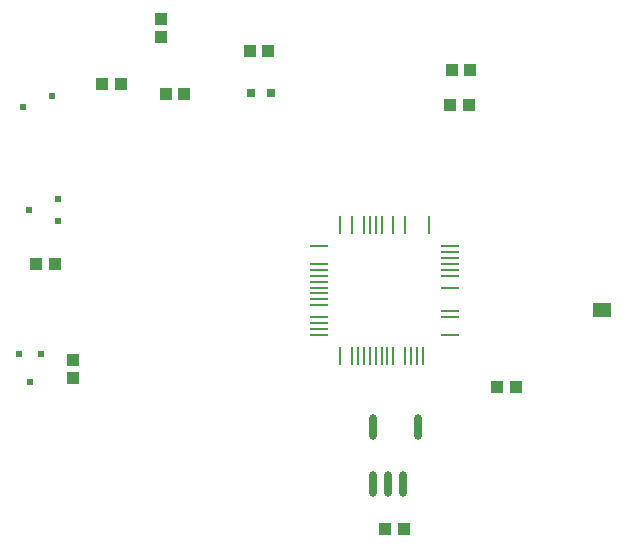
<source format=gtp>
G04*
G04 #@! TF.GenerationSoftware,Altium Limited,Altium Designer,19.1.5 (86)*
G04*
G04 Layer_Color=8421504*
%FSLAX25Y25*%
%MOIN*%
G70*
G01*
G75*
%ADD17O,0.06287X0.00381*%
%ADD18O,0.00381X0.06287*%
%ADD19R,0.02441X0.02264*%
%ADD20R,0.04134X0.03937*%
%ADD21O,0.02362X0.08661*%
%ADD22R,0.06122X0.05118*%
%ADD23R,0.03937X0.04134*%
%ADD24R,0.03150X0.03150*%
%ADD25R,0.02264X0.02441*%
D17*
X384650Y312764D02*
D03*
Y306858D02*
D03*
Y304890D02*
D03*
Y302921D02*
D03*
Y300953D02*
D03*
Y298984D02*
D03*
Y297016D02*
D03*
Y295047D02*
D03*
Y293079D02*
D03*
Y289142D02*
D03*
Y287173D02*
D03*
Y285205D02*
D03*
Y283236D02*
D03*
X428350D02*
D03*
Y289142D02*
D03*
Y291110D02*
D03*
Y298984D02*
D03*
Y302921D02*
D03*
Y304890D02*
D03*
Y306858D02*
D03*
Y308827D02*
D03*
Y310795D02*
D03*
Y312764D02*
D03*
D18*
X391736Y276150D02*
D03*
X395673D02*
D03*
X397642D02*
D03*
X399610D02*
D03*
X401579D02*
D03*
X403547D02*
D03*
X405516D02*
D03*
X407484D02*
D03*
X409453D02*
D03*
X413390D02*
D03*
X415358D02*
D03*
X417327D02*
D03*
X419295D02*
D03*
X421264Y319850D02*
D03*
X413390D02*
D03*
X409453D02*
D03*
X405516D02*
D03*
X403547D02*
D03*
X401579D02*
D03*
X399610D02*
D03*
X395673D02*
D03*
X391736D02*
D03*
D19*
X292000Y277000D02*
D03*
X284520D02*
D03*
X288260Y267646D02*
D03*
D20*
X296650Y307000D02*
D03*
X290350D02*
D03*
X413000Y218500D02*
D03*
X406701D02*
D03*
X444000Y266000D02*
D03*
X450299D02*
D03*
X339799Y363500D02*
D03*
X333500D02*
D03*
X428350Y360000D02*
D03*
X434650D02*
D03*
X428850Y371500D02*
D03*
X435150D02*
D03*
X318650Y367000D02*
D03*
X312350D02*
D03*
X361500Y378000D02*
D03*
X367799D02*
D03*
D21*
X402500Y233551D02*
D03*
X407500D02*
D03*
X412500D02*
D03*
X402500Y252449D02*
D03*
X417500D02*
D03*
D22*
X479150Y291642D02*
D03*
D23*
X302500Y275000D02*
D03*
Y268701D02*
D03*
X332000Y388650D02*
D03*
Y382350D02*
D03*
D24*
X362004Y364000D02*
D03*
X368500D02*
D03*
D25*
X288146Y324760D02*
D03*
X297500Y328500D02*
D03*
Y321020D02*
D03*
X286146Y359260D02*
D03*
X295500Y363000D02*
D03*
M02*

</source>
